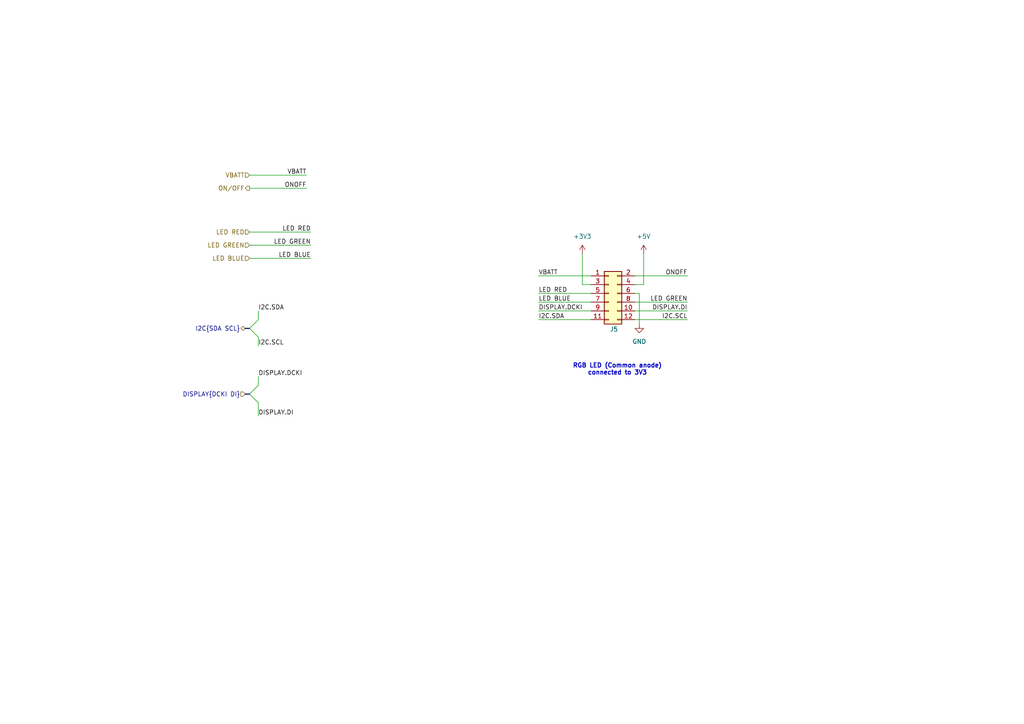
<source format=kicad_sch>
(kicad_sch (version 20241209) (generator "eeschema") (generator_version "9.0")
  (paper "A4")
  (title_block (title "Control Connector") (date "2024-12-15") (rev "1.0"))
  (lib_symbols
    (symbol "Connector_Generic:Conn_02x06_Odd_Even" (pin_names (offset 1.016) (hide yes))
      (property "Reference" "J" (at 1.27 7.62 0))
      (property "Value" "Conn_02x06_Odd_Even" (at 1.27 -10.16 0))
      (symbol "Conn_02x06_Odd_Even_1_1"
        (rectangle (start -1.27 6.35) (end 3.81 -8.89) (stroke (width 0.254)) (fill (type background)))
        (rectangle (start -1.27 5.207) (end 0 4.953) (stroke (width 0.1524)))
        (rectangle (start -1.27 2.667) (end 0 2.413) (stroke (width 0.1524)))
        (rectangle (start -1.27 0.127) (end 0 -0.127) (stroke (width 0.1524)))
        (rectangle (start -1.27 -2.413) (end 0 -2.667) (stroke (width 0.1524)))
        (rectangle (start -1.27 -4.953) (end 0 -5.207) (stroke (width 0.1524)))
        (rectangle (start -1.27 -7.493) (end 0 -7.747) (stroke (width 0.1524)))
        (rectangle (start 3.81 5.207) (end 2.54 4.953) (stroke (width 0.1524)))
        (rectangle (start 3.81 2.667) (end 2.54 2.413) (stroke (width 0.1524)))
        (rectangle (start 3.81 0.127) (end 2.54 -0.127) (stroke (width 0.1524)))
        (rectangle (start 3.81 -2.413) (end 2.54 -2.667) (stroke (width 0.1524)))
        (rectangle (start 3.81 -4.953) (end 2.54 -5.207) (stroke (width 0.1524)))
        (rectangle (start 3.81 -7.493) (end 2.54 -7.747) (stroke (width 0.1524)))
        (pin passive line (at -5.08 5.08 0) (length 3.81) (name "Pin_1") (number "1"))
        (pin passive line (at -5.08 2.54 0) (length 3.81) (name "Pin_3") (number "3"))
        (pin passive line (at -5.08 0 0) (length 3.81) (name "Pin_5") (number "5"))
        (pin passive line (at -5.08 -2.54 0) (length 3.81) (name "Pin_7") (number "7"))
        (pin passive line (at -5.08 -5.08 0) (length 3.81) (name "Pin_9") (number "9"))
        (pin passive line (at -5.08 -7.62 0) (length 3.81) (name "Pin_11") (number "11"))
        (pin passive line (at 7.62 5.08 180) (length 3.81) (name "Pin_2") (number "2"))
        (pin passive line (at 7.62 2.54 180) (length 3.81) (name "Pin_4") (number "4"))
        (pin passive line (at 7.62 0 180) (length 3.81) (name "Pin_6") (number "6"))
        (pin passive line (at 7.62 -2.54 180) (length 3.81) (name "Pin_8") (number "8"))
        (pin passive line (at 7.62 -5.08 180) (length 3.81) (name "Pin_10") (number "10"))
        (pin passive line (at 7.62 -7.62 180) (length 3.81) (name "Pin_12") (number "12"))
      )
    )
    (symbol "power:+3V3" (power) (pin_numbers (hide yes)) (pin_names (offset 0) (hide yes))
      (property "Value" "+3V3" (at 0 3.556 0))
      (symbol "+3V3_0_1"
        (polyline (pts (xy -0.762 1.27) (xy 0 2.54)))
        (polyline (pts (xy 0 2.54) (xy 0.762 1.27)))
        (polyline (pts (xy 0 0) (xy 0 2.54)))
      )
      (symbol "+3V3_1_1"
        (pin power_in line (at 0 0 90) (length 0) (name "~") (number "1"))
      )
    )
    (symbol "power:+5V" (power) (pin_numbers (hide yes)) (pin_names (offset 0) (hide yes))
      (property "Value" "+5V" (at 0 3.556 0))
      (symbol "+5V_0_1"
        (polyline (pts (xy -0.762 1.27) (xy 0 2.54)))
        (polyline (pts (xy 0 2.54) (xy 0.762 1.27)))
        (polyline (pts (xy 0 0) (xy 0 2.54)))
      )
      (symbol "+5V_1_1"
        (pin power_in line (at 0 0 90) (length 0) (name "~") (number "1"))
      )
    )
    (symbol "power:GND" (power) (pin_numbers (hide yes)) (pin_names (offset 0) (hide yes))
      (property "Value" "GND" (at 0 -3.81 0))
      (symbol "GND_0_1"
        (polyline (pts (xy 0 0) (xy 0 -1.27) (xy 1.27 -1.27) (xy 0 -2.54) (xy -1.27 -1.27) (xy 0 -1.27)))
      )
      (symbol "GND_1_1"
        (pin power_in line (at 0 0 270) (length 0) (name "~") (number "1"))
      )
    )
  )
  (text "RGB LED (Common anode)\nconnected to 3V3" (at 179.07 107.188 0) (effects (font (size 1.27 1.27) (thickness 0.254) (bold yes))))
  (bus_entry (at 74.93 97.79) (size -2.54 -2.54))
  (bus_entry (at 72.39 114.3) (size 2.54 -2.54))
  (bus_entry (at 72.39 95.25) (size 2.54 -2.54))
  (bus_entry (at 74.93 116.84) (size -2.54 -2.54))
  (wire (pts (xy 184.15 87.63) (xy 199.39 87.63)))
  (wire (pts (xy 74.93 97.79) (xy 74.93 100.33)))
  (wire (pts (xy 184.15 80.01) (xy 199.39 80.01)))
  (wire (pts (xy 74.93 90.17) (xy 74.93 92.71)))
  (wire (pts (xy 72.39 54.61) (xy 88.9 54.61)))
  (wire (pts (xy 184.15 85.09) (xy 185.42 85.09)))
  (wire (pts (xy 72.39 50.8) (xy 88.9 50.8)))
  (wire (pts (xy 72.39 71.12) (xy 90.17 71.12)))
  (wire (pts (xy 156.21 85.09) (xy 171.45 85.09)))
  (wire (pts (xy 72.39 67.31) (xy 90.17 67.31)))
  (wire (pts (xy 185.42 85.09) (xy 185.42 93.98)))
  (wire (pts (xy 168.91 73.66) (xy 168.91 82.55)))
  (wire (pts (xy 156.21 92.71) (xy 171.45 92.71)))
  (wire (pts (xy 156.21 87.63) (xy 171.45 87.63)))
  (wire (pts (xy 168.91 82.55) (xy 171.45 82.55)))
  (wire (pts (xy 184.15 92.71) (xy 199.39 92.71)))
  (wire (pts (xy 72.39 74.93) (xy 90.17 74.93)))
  (wire (pts (xy 184.15 82.55) (xy 186.69 82.55)))
  (wire (pts (xy 74.93 116.84) (xy 74.93 120.65)))
  (bus (pts (xy 71.12 114.3) (xy 72.39 114.3)))
  (wire (pts (xy 184.15 90.17) (xy 199.39 90.17)))
  (wire (pts (xy 156.21 80.01) (xy 171.45 80.01)))
  (wire (pts (xy 186.69 73.66) (xy 186.69 82.55)))
  (wire (pts (xy 74.93 109.22) (xy 74.93 111.76)))
  (wire (pts (xy 156.21 90.17) (xy 171.45 90.17)))
  (bus (pts (xy 71.12 95.25) (xy 72.39 95.25)))
  (label "VBATT" (at 156.21 80.01 0))
  (label "ONOFF" (at 88.9 54.61 180))
  (label "LED BLUE" (at 90.17 74.93 180))
  (label "DISPLAY.DI" (at 74.93 120.65 0))
  (label "DISPLAY.DCKI" (at 74.93 109.22 0))
  (label "LED RED" (at 90.17 67.31 180))
  (label "LED BLUE" (at 156.21 87.63 0))
  (label "I2C.SDA" (at 74.93 90.17 0))
  (label "ONOFF" (at 199.39 80.01 180))
  (label "LED GREEN" (at 90.17 71.12 180))
  (label "DISPLAY.DCKI" (at 156.21 90.17 0))
  (label "DISPLAY.DI" (at 199.39 90.17 180))
  (label "I2C.SCL" (at 74.93 100.33 0))
  (label "I2C.SCL" (at 199.39 92.71 180))
  (label "VBATT" (at 88.9 50.8 180))
  (label "I2C.SDA" (at 156.21 92.71 0))
  (label "LED RED" (at 156.21 85.09 0))
  (label "LED GREEN" (at 199.39 87.63 180))
  (hierarchical_label "DISPLAY{DCKI DI}" (shape input) (at 71.12 114.3 180))
  (hierarchical_label "VBATT" (shape input) (at 72.39 50.8 180))
  (hierarchical_label "LED BLUE" (shape input) (at 72.39 74.93 180))
  (hierarchical_label "ON{slash}OFF" (shape output) (at 72.39 54.61 180))
  (hierarchical_label "LED GREEN" (shape input) (at 72.39 71.12 180))
  (hierarchical_label "I2C{SDA SCL}" (shape bidirectional) (at 71.12 95.25 180))
  (hierarchical_label "LED RED" (shape input) (at 72.39 67.31 180))
  (symbol (lib_id "Connector_Generic:Conn_02x06_Odd_Even") (at 176.53 85.09 0) (unit 1)
    (property "Reference" "J5" (at 178.054 95.504 0))
    (property "Value" "Conn_02x06_Odd_Even" (effects (hide yes)))
    (property "Footprint" "chinese_modules:SAMTEC_TSM-106-01-L-DH-P-TR" (effects (hide yes)))
    (property "Description" "Generic connector, double row, 02x06, odd/even pin numbering scheme (row 1 odd numbers, row 2 even numbers), script generated (kicad-library-utils/schlib/autogen/connector/)" (effects (hide yes)))
  )
  (symbol (lib_id "power:GND") (at 185.42 93.98 0) (unit 1)
    (property "Reference" "#PWR019" (effects (hide yes)))
    (property "Value" "GND" (at 185.42 99.06 0))
    (property "Description" "Power symbol creates a global label with name \"GND\" , ground" (effects (hide yes)))
  )
  (symbol (lib_id "power:+5V") (at 186.69 73.66 0) (unit 1)
    (property "Reference" "#PWR018" (effects (hide yes)))
    (property "Value" "+5V" (at 186.69 68.58 0))
    (property "Description" "Power symbol creates a global label with name \"+5V\"" (effects (hide yes)))
  )
  (symbol (lib_id "power:+3V3") (at 168.91 73.66 0) (unit 1)
    (property "Reference" "#PWR017" (effects (hide yes)))
    (property "Value" "+3V3" (at 168.91 68.58 0))
    (property "Description" "Power symbol creates a global label with name \"+3V3\"" (effects (hide yes)))
  )
)
</source>
